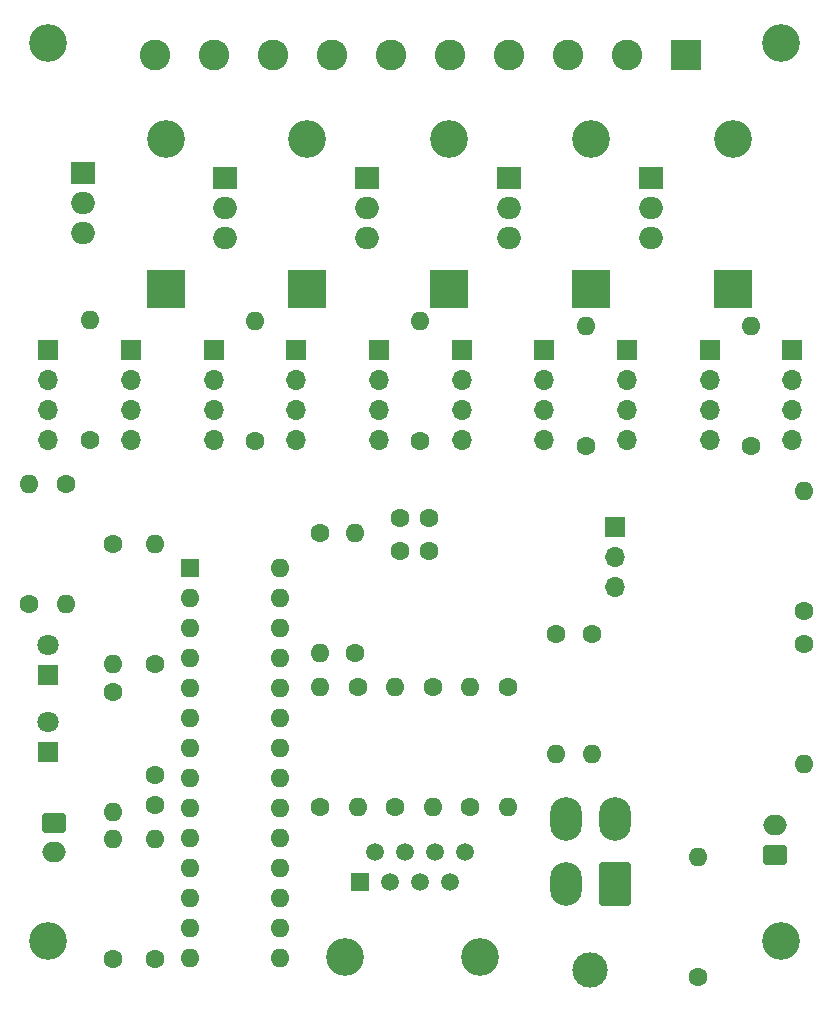
<source format=gbr>
%TF.GenerationSoftware,KiCad,Pcbnew,8.0.4*%
%TF.CreationDate,2025-03-05T00:33:19-06:00*%
%TF.ProjectId,hand_pcb,68616e64-5f70-4636-922e-6b696361645f,rev?*%
%TF.SameCoordinates,Original*%
%TF.FileFunction,Soldermask,Bot*%
%TF.FilePolarity,Negative*%
%FSLAX46Y46*%
G04 Gerber Fmt 4.6, Leading zero omitted, Abs format (unit mm)*
G04 Created by KiCad (PCBNEW 8.0.4) date 2025-03-05 00:33:19*
%MOMM*%
%LPD*%
G01*
G04 APERTURE LIST*
G04 Aperture macros list*
%AMRoundRect*
0 Rectangle with rounded corners*
0 $1 Rounding radius*
0 $2 $3 $4 $5 $6 $7 $8 $9 X,Y pos of 4 corners*
0 Add a 4 corners polygon primitive as box body*
4,1,4,$2,$3,$4,$5,$6,$7,$8,$9,$2,$3,0*
0 Add four circle primitives for the rounded corners*
1,1,$1+$1,$2,$3*
1,1,$1+$1,$4,$5*
1,1,$1+$1,$6,$7*
1,1,$1+$1,$8,$9*
0 Add four rect primitives between the rounded corners*
20,1,$1+$1,$2,$3,$4,$5,0*
20,1,$1+$1,$4,$5,$6,$7,0*
20,1,$1+$1,$6,$7,$8,$9,0*
20,1,$1+$1,$8,$9,$2,$3,0*%
G04 Aperture macros list end*
%ADD10C,1.600000*%
%ADD11O,1.600000X1.600000*%
%ADD12C,3.000000*%
%ADD13RoundRect,0.250001X1.099999X1.599999X-1.099999X1.599999X-1.099999X-1.599999X1.099999X-1.599999X0*%
%ADD14O,2.700000X3.700000*%
%ADD15R,2.600000X2.600000*%
%ADD16C,2.600000*%
%ADD17R,1.700000X1.700000*%
%ADD18O,1.700000X1.700000*%
%ADD19C,3.200000*%
%ADD20RoundRect,0.250000X0.750000X-0.600000X0.750000X0.600000X-0.750000X0.600000X-0.750000X-0.600000X0*%
%ADD21O,2.000000X1.700000*%
%ADD22R,1.800000X1.800000*%
%ADD23C,1.800000*%
%ADD24R,3.200000X3.200000*%
%ADD25O,3.200000X3.200000*%
%ADD26R,2.000000X1.905000*%
%ADD27O,2.000000X1.905000*%
%ADD28R,1.600000X1.600000*%
%ADD29RoundRect,0.250000X-0.750000X0.600000X-0.750000X-0.600000X0.750000X-0.600000X0.750000X0.600000X0*%
%ADD30R,1.500000X1.500000*%
%ADD31C,1.500000*%
G04 APERTURE END LIST*
D10*
%TO.C,R11*%
X156500000Y-93920000D03*
D11*
X156500000Y-104080000D03*
%TD*%
D12*
%TO.C,J9*%
X196902500Y-117500000D03*
D13*
X199002500Y-110200000D03*
D14*
X194802500Y-110200000D03*
X199002500Y-104700000D03*
X194802500Y-104700000D03*
%TD*%
D10*
%TO.C,R19*%
X174042500Y-103670000D03*
D11*
X174042500Y-93510000D03*
%TD*%
D15*
%TO.C,J1*%
X205000000Y-40000000D03*
D16*
X200000000Y-40000000D03*
X195000000Y-40000000D03*
X190000000Y-40000000D03*
X185000000Y-40000000D03*
X180000000Y-40000000D03*
X175000000Y-40000000D03*
X170000000Y-40000000D03*
X165000000Y-40000000D03*
X160000000Y-40000000D03*
%TD*%
D17*
%TO.C,M9*%
X207000000Y-65000000D03*
D18*
X207000000Y-67540000D03*
X207000000Y-70080000D03*
X207000000Y-72620000D03*
%TD*%
D19*
%TO.C,H4*%
X151000000Y-39000000D03*
%TD*%
D20*
%TO.C,J4*%
X212550000Y-107750000D03*
D21*
X212550000Y-105250000D03*
%TD*%
D22*
%TO.C,D6*%
X151000000Y-99000000D03*
D23*
X151000000Y-96460000D03*
%TD*%
D19*
%TO.C,H1*%
X151000000Y-115000000D03*
%TD*%
D10*
%TO.C,R8*%
X197000000Y-89000000D03*
D11*
X197000000Y-99160000D03*
%TD*%
D24*
%TO.C,D5*%
X208975556Y-59850000D03*
D25*
X208975556Y-47150000D03*
%TD*%
D10*
%TO.C,R23*%
X160000000Y-91580000D03*
D11*
X160000000Y-81420000D03*
%TD*%
D10*
%TO.C,R12*%
X183567500Y-93510000D03*
D11*
X183567500Y-103670000D03*
%TD*%
D10*
%TO.C,R14*%
X189917500Y-93510000D03*
D11*
X189917500Y-103670000D03*
%TD*%
D19*
%TO.C,H3*%
X213000000Y-39000000D03*
%TD*%
D26*
%TO.C,Q3*%
X178000000Y-50460000D03*
D27*
X178000000Y-53000000D03*
X178000000Y-55540000D03*
%TD*%
D10*
%TO.C,R16*%
X174000000Y-80500000D03*
D11*
X174000000Y-90660000D03*
%TD*%
D10*
%TO.C,R5*%
X182500000Y-72660000D03*
D11*
X182500000Y-62500000D03*
%TD*%
D10*
%TO.C,R3*%
X156500000Y-116580000D03*
D11*
X156500000Y-106420000D03*
%TD*%
D17*
%TO.C,M4*%
X172000000Y-65000000D03*
D18*
X172000000Y-67540000D03*
X172000000Y-70080000D03*
X172000000Y-72620000D03*
%TD*%
D10*
%TO.C,C3*%
X183250000Y-82000000D03*
X180750000Y-82000000D03*
%TD*%
D17*
%TO.C,M1*%
X151000000Y-65000000D03*
D18*
X151000000Y-67540000D03*
X151000000Y-70080000D03*
X151000000Y-72620000D03*
%TD*%
D26*
%TO.C,Q1*%
X153975556Y-50000000D03*
D27*
X153975556Y-52540000D03*
X153975556Y-55080000D03*
%TD*%
D24*
%TO.C,D3*%
X184951111Y-59850000D03*
D25*
X184951111Y-47150000D03*
%TD*%
D17*
%TO.C,M10*%
X214000000Y-65000000D03*
D18*
X214000000Y-67540000D03*
X214000000Y-70080000D03*
X214000000Y-72620000D03*
%TD*%
D10*
%TO.C,R13*%
X186742500Y-103670000D03*
D11*
X186742500Y-93510000D03*
%TD*%
D28*
%TO.C,U2*%
X163000000Y-83460000D03*
D11*
X163000000Y-86000000D03*
X163000000Y-88540000D03*
X163000000Y-91080000D03*
X163000000Y-93620000D03*
X163000000Y-96160000D03*
X163000000Y-98700000D03*
X163000000Y-101240000D03*
X163000000Y-103780000D03*
X163000000Y-106320000D03*
X163000000Y-108860000D03*
X163000000Y-111400000D03*
X163000000Y-113940000D03*
X163000000Y-116480000D03*
X170620000Y-116480000D03*
X170620000Y-113940000D03*
X170620000Y-111400000D03*
X170620000Y-108860000D03*
X170620000Y-106320000D03*
X170620000Y-103780000D03*
X170620000Y-101240000D03*
X170620000Y-98700000D03*
X170620000Y-96160000D03*
X170620000Y-93620000D03*
X170620000Y-91080000D03*
X170620000Y-88540000D03*
X170620000Y-86000000D03*
X170620000Y-83460000D03*
%TD*%
D26*
%TO.C,Q2*%
X165987778Y-50460000D03*
D27*
X165987778Y-53000000D03*
X165987778Y-55540000D03*
%TD*%
D17*
%TO.C,M7*%
X193000000Y-65000000D03*
D18*
X193000000Y-67540000D03*
X193000000Y-70080000D03*
X193000000Y-72620000D03*
%TD*%
D22*
%TO.C,D7*%
X151000000Y-92540000D03*
D23*
X151000000Y-90000000D03*
%TD*%
D17*
%TO.C,M5*%
X179000000Y-65000000D03*
D18*
X179000000Y-67540000D03*
X179000000Y-70080000D03*
X179000000Y-72620000D03*
%TD*%
D26*
%TO.C,Q4*%
X190012222Y-50460000D03*
D27*
X190012222Y-53000000D03*
X190012222Y-55540000D03*
%TD*%
D24*
%TO.C,D2*%
X172938889Y-59850000D03*
D25*
X172938889Y-47150000D03*
%TD*%
D24*
%TO.C,D4*%
X196963333Y-59850000D03*
D25*
X196963333Y-47150000D03*
%TD*%
D10*
%TO.C,R9*%
X194000000Y-89000000D03*
D11*
X194000000Y-99160000D03*
%TD*%
D10*
%TO.C,C1*%
X160000000Y-103500000D03*
X160000000Y-101000000D03*
%TD*%
%TO.C,R21*%
X152500000Y-76340000D03*
D11*
X152500000Y-86500000D03*
%TD*%
D29*
%TO.C,J5*%
X151450000Y-105000000D03*
D21*
X151450000Y-107500000D03*
%TD*%
D17*
%TO.C,M3*%
X165000000Y-65000000D03*
D18*
X165000000Y-67540000D03*
X165000000Y-70080000D03*
X165000000Y-72620000D03*
%TD*%
D10*
%TO.C,R15*%
X177000000Y-90660000D03*
D11*
X177000000Y-80500000D03*
%TD*%
D10*
%TO.C,R10*%
X206000000Y-118080000D03*
D11*
X206000000Y-107920000D03*
%TD*%
D24*
%TO.C,D1*%
X160926667Y-59850000D03*
D25*
X160926667Y-47150000D03*
%TD*%
D26*
%TO.C,Q5*%
X202024444Y-50460000D03*
D27*
X202024444Y-53000000D03*
X202024444Y-55540000D03*
%TD*%
D10*
%TO.C,R7*%
X210500000Y-73160000D03*
D11*
X210500000Y-63000000D03*
%TD*%
D10*
%TO.C,R17*%
X180392500Y-103670000D03*
D11*
X180392500Y-93510000D03*
%TD*%
D19*
%TO.C,J10*%
X176110000Y-116350000D03*
X187540000Y-116350000D03*
D30*
X177380000Y-110000000D03*
D31*
X178650000Y-107460000D03*
X179920000Y-110000000D03*
X181190000Y-107460000D03*
X182460000Y-110000000D03*
X183730000Y-107460000D03*
X185000000Y-110000000D03*
X186270000Y-107460000D03*
%TD*%
D10*
%TO.C,C2*%
X183250000Y-79250000D03*
X180750000Y-79250000D03*
%TD*%
%TO.C,R4*%
X160000000Y-116580000D03*
D11*
X160000000Y-106420000D03*
%TD*%
D10*
%TO.C,R25*%
X215000000Y-89920000D03*
D11*
X215000000Y-100080000D03*
%TD*%
D10*
%TO.C,R18*%
X177217500Y-93510000D03*
D11*
X177217500Y-103670000D03*
%TD*%
D17*
%TO.C,M6*%
X186000000Y-65000000D03*
D18*
X186000000Y-67540000D03*
X186000000Y-70080000D03*
X186000000Y-72620000D03*
%TD*%
D19*
%TO.C,H2*%
X213000000Y-115000000D03*
%TD*%
D17*
%TO.C,M8*%
X200000000Y-65000000D03*
D18*
X200000000Y-67540000D03*
X200000000Y-70080000D03*
X200000000Y-72620000D03*
%TD*%
D10*
%TO.C,R20*%
X149394119Y-86500000D03*
D11*
X149394119Y-76340000D03*
%TD*%
D10*
%TO.C,R22*%
X156500000Y-81420000D03*
D11*
X156500000Y-91580000D03*
%TD*%
D10*
%TO.C,R1*%
X154500000Y-72580000D03*
D11*
X154500000Y-62420000D03*
%TD*%
D10*
%TO.C,R24*%
X215000000Y-87080000D03*
D11*
X215000000Y-76920000D03*
%TD*%
D10*
%TO.C,R6*%
X196500000Y-73160000D03*
D11*
X196500000Y-63000000D03*
%TD*%
D17*
%TO.C,M2*%
X158000000Y-65000000D03*
D18*
X158000000Y-67540000D03*
X158000000Y-70080000D03*
X158000000Y-72620000D03*
%TD*%
D17*
%TO.C,J7*%
X199000000Y-80000000D03*
D18*
X199000000Y-82540000D03*
X199000000Y-85080000D03*
%TD*%
D10*
%TO.C,R2*%
X168500000Y-72660000D03*
D11*
X168500000Y-62500000D03*
%TD*%
M02*

</source>
